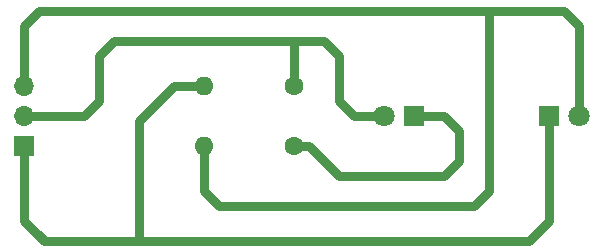
<source format=gbr>
%TF.GenerationSoftware,KiCad,Pcbnew,(6.0.0)*%
%TF.CreationDate,2025-04-26T12:20:10+03:00*%
%TF.ProjectId,light-sensor,6c696768-742d-4736-956e-736f722e6b69,rev?*%
%TF.SameCoordinates,Original*%
%TF.FileFunction,Copper,L1,Top*%
%TF.FilePolarity,Positive*%
%FSLAX46Y46*%
G04 Gerber Fmt 4.6, Leading zero omitted, Abs format (unit mm)*
G04 Created by KiCad (PCBNEW (6.0.0)) date 2025-04-26 12:20:10*
%MOMM*%
%LPD*%
G01*
G04 APERTURE LIST*
%TA.AperFunction,ComponentPad*%
%ADD10C,1.600000*%
%TD*%
%TA.AperFunction,ComponentPad*%
%ADD11O,1.600000X1.600000*%
%TD*%
%TA.AperFunction,ComponentPad*%
%ADD12R,1.700000X1.700000*%
%TD*%
%TA.AperFunction,ComponentPad*%
%ADD13O,1.700000X1.700000*%
%TD*%
%TA.AperFunction,ComponentPad*%
%ADD14R,1.800000X1.800000*%
%TD*%
%TA.AperFunction,ComponentPad*%
%ADD15C,1.800000*%
%TD*%
%TA.AperFunction,Conductor*%
%ADD16C,0.800000*%
%TD*%
%TA.AperFunction,Conductor*%
%ADD17C,0.250000*%
%TD*%
G04 APERTURE END LIST*
D10*
%TO.P,R2,1*%
%TO.N,Net-(D1-Pad1)*%
X148590000Y-97790000D03*
D11*
%TO.P,R2,2*%
%TO.N,GND*%
X140970000Y-97790000D03*
%TD*%
D12*
%TO.P,J1,1,Pin_1*%
%TO.N,LIGHTSENSOR*%
X125730000Y-97790000D03*
D13*
%TO.P,J1,2,Pin_2*%
%TO.N,VCC*%
X125730000Y-95250000D03*
%TO.P,J1,3,Pin_3*%
%TO.N,GND*%
X125730000Y-92710000D03*
%TD*%
D14*
%TO.P,R3,1*%
%TO.N,LIGHTSENSOR*%
X170180000Y-95250000D03*
D15*
%TO.P,R3,2*%
%TO.N,GND*%
X172720000Y-95250000D03*
%TD*%
D14*
%TO.P,D1,1,K*%
%TO.N,Net-(D1-Pad1)*%
X158750000Y-95250000D03*
D15*
%TO.P,D1,2,A*%
%TO.N,VCC*%
X156210000Y-95250000D03*
%TD*%
D10*
%TO.P,R1,1*%
%TO.N,VCC*%
X148590000Y-92710000D03*
D11*
%TO.P,R1,2*%
%TO.N,LIGHTSENSOR*%
X140970000Y-92710000D03*
%TD*%
D16*
%TO.N,VCC*%
X132080000Y-93980000D02*
X130810000Y-95250000D01*
X130810000Y-95250000D02*
X125730000Y-95250000D01*
X132080000Y-90170000D02*
X132080000Y-93980000D01*
X133350000Y-88900000D02*
X132080000Y-90170000D01*
X148590000Y-88900000D02*
X133350000Y-88900000D01*
%TO.N,Net-(D1-Pad1)*%
X149860000Y-97790000D02*
X148590000Y-97790000D01*
X162560000Y-96520000D02*
X161290000Y-95250000D01*
X152400000Y-100330000D02*
X149860000Y-97790000D01*
X152400000Y-100330000D02*
X161290000Y-100330000D01*
X161290000Y-95250000D02*
X158750000Y-95250000D01*
X162560000Y-99060000D02*
X162560000Y-96520000D01*
X161290000Y-100330000D02*
X162560000Y-99060000D01*
%TO.N,VCC*%
X153670000Y-95250000D02*
X152400000Y-93980000D01*
X151130000Y-88900000D02*
X148590000Y-88900000D01*
X156210000Y-95250000D02*
X153670000Y-95250000D01*
X152400000Y-93980000D02*
X152400000Y-90170000D01*
X148590000Y-92710000D02*
X148590000Y-88900000D01*
X152400000Y-90170000D02*
X151130000Y-88900000D01*
%TO.N,GND*%
X165100000Y-101600000D02*
X165100000Y-86360000D01*
X125730000Y-87630000D02*
X125730000Y-92710000D01*
X163830000Y-102870000D02*
X165100000Y-101600000D01*
X171450000Y-86360000D02*
X127000000Y-86360000D01*
X142240000Y-102870000D02*
X163830000Y-102870000D01*
X172720000Y-87630000D02*
X171450000Y-86360000D01*
X140970000Y-101600000D02*
X140970000Y-97790000D01*
D17*
X171450000Y-86360000D02*
X149860000Y-86360000D01*
D16*
X140970000Y-101600000D02*
X142240000Y-102870000D01*
X127000000Y-86360000D02*
X125730000Y-87630000D01*
X172720000Y-87630000D02*
X172720000Y-95250000D01*
D17*
X165100000Y-86360000D02*
X149860000Y-86360000D01*
D16*
%TO.N,LIGHTSENSOR*%
X136339520Y-105859520D02*
X135440480Y-105859520D01*
X125730000Y-104090000D02*
X125730000Y-97790000D01*
X168460480Y-105859520D02*
X136339520Y-105859520D01*
X125705000Y-104115000D02*
X125730000Y-104090000D01*
X170180000Y-104140000D02*
X168460480Y-105859520D01*
X135440480Y-95699520D02*
X138430000Y-92710000D01*
X125705000Y-104115000D02*
X125705000Y-104125000D01*
X135440480Y-95699520D02*
X135440480Y-105859520D01*
X138430000Y-92710000D02*
X140970000Y-92710000D01*
X136339520Y-105859520D02*
X127449520Y-105859520D01*
X170180000Y-95250000D02*
X170180000Y-104140000D01*
X125705000Y-104125000D02*
X127424520Y-105844520D01*
X127449520Y-105859520D02*
X125705000Y-104115000D01*
%TD*%
M02*

</source>
